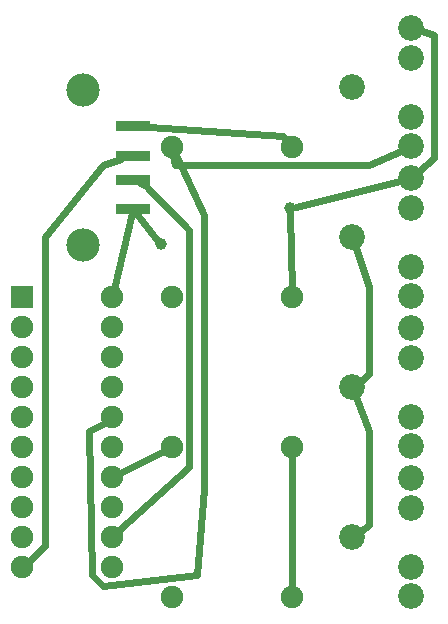
<source format=gtl>
G04 MADE WITH FRITZING*
G04 WWW.FRITZING.ORG*
G04 DOUBLE SIDED*
G04 HOLES PLATED*
G04 CONTOUR ON CENTER OF CONTOUR VECTOR*
%ASAXBY*%
%FSLAX23Y23*%
%MOIN*%
%OFA0B0*%
%SFA1.0B1.0*%
%ADD10C,0.075000*%
%ADD11C,0.111000*%
%ADD12C,0.086000*%
%ADD13C,0.039370*%
%ADD14R,0.075000X0.075000*%
%ADD15R,0.118110X0.035433*%
%ADD16C,0.024000*%
%LNCOPPER1*%
G90*
G70*
G54D10*
X198Y1096D03*
X498Y1096D03*
X198Y996D03*
X498Y996D03*
X198Y896D03*
X498Y896D03*
X198Y796D03*
X498Y796D03*
X198Y696D03*
X498Y696D03*
X198Y596D03*
X498Y596D03*
X198Y496D03*
X498Y496D03*
X198Y396D03*
X498Y396D03*
X198Y296D03*
X498Y296D03*
X198Y196D03*
X498Y196D03*
G54D11*
X403Y1269D03*
X403Y1786D03*
X403Y1269D03*
X403Y1786D03*
G54D12*
X1298Y1796D03*
X1495Y1894D03*
X1495Y1993D03*
X1495Y1697D03*
X1495Y1599D03*
X1298Y1796D03*
X1495Y1894D03*
X1495Y1993D03*
X1495Y1697D03*
X1495Y1599D03*
X1298Y1296D03*
X1495Y1394D03*
X1495Y1493D03*
X1495Y1197D03*
X1495Y1099D03*
X1298Y1296D03*
X1495Y1394D03*
X1495Y1493D03*
X1495Y1197D03*
X1495Y1099D03*
X1298Y796D03*
X1495Y894D03*
X1495Y993D03*
X1495Y697D03*
X1495Y599D03*
X1298Y796D03*
X1495Y894D03*
X1495Y993D03*
X1495Y697D03*
X1495Y599D03*
X1298Y296D03*
X1495Y394D03*
X1495Y493D03*
X1495Y197D03*
X1495Y99D03*
X1298Y296D03*
X1495Y394D03*
X1495Y493D03*
X1495Y197D03*
X1495Y99D03*
G54D10*
X698Y1596D03*
X1098Y1596D03*
X698Y1096D03*
X1098Y1096D03*
X698Y596D03*
X1098Y596D03*
X698Y96D03*
X1098Y96D03*
G54D13*
X1092Y1393D03*
X660Y1273D03*
G54D14*
X198Y1096D03*
G54D15*
X569Y1567D03*
X569Y1665D03*
X569Y1488D03*
X569Y1390D03*
G54D16*
X493Y718D02*
X492Y724D01*
D02*
X524Y509D02*
X673Y583D01*
D02*
X519Y315D02*
X756Y529D01*
X756Y529D02*
X756Y1321D01*
X756Y1321D02*
X612Y1465D01*
X612Y1465D02*
X592Y1476D01*
D02*
X566Y1377D02*
X505Y1124D01*
D02*
X648Y1288D02*
X579Y1377D01*
D02*
X1327Y818D02*
X1356Y841D01*
X1356Y841D02*
X1356Y1129D01*
X1356Y1129D02*
X1310Y1261D01*
D02*
X1328Y317D02*
X1356Y337D01*
X1356Y337D02*
X1356Y649D01*
X1356Y649D02*
X1312Y762D01*
D02*
X703Y1568D02*
X708Y1537D01*
X708Y1537D02*
X1356Y1537D01*
X1356Y1537D02*
X1461Y1584D01*
D02*
X475Y679D02*
X468Y673D01*
X468Y673D02*
X420Y649D01*
X420Y649D02*
X432Y169D01*
X432Y169D02*
X468Y133D01*
X468Y133D02*
X780Y169D01*
X780Y169D02*
X804Y457D01*
X804Y457D02*
X804Y1369D01*
X804Y1369D02*
X710Y1570D01*
D02*
X220Y215D02*
X276Y265D01*
X276Y265D02*
X276Y1297D01*
X276Y1297D02*
X468Y1537D01*
X468Y1537D02*
X527Y1555D01*
D02*
X1092Y1374D02*
X1098Y1124D01*
D02*
X1459Y1484D02*
X1110Y1398D01*
D02*
X1098Y124D02*
X1098Y567D01*
D02*
X1530Y1982D02*
X1572Y1969D01*
X1572Y1969D02*
X1572Y1561D01*
X1572Y1561D02*
X1522Y1517D01*
D02*
X623Y1662D02*
X1068Y1633D01*
X1068Y1633D02*
X1080Y1618D01*
G04 End of Copper1*
M02*
</source>
